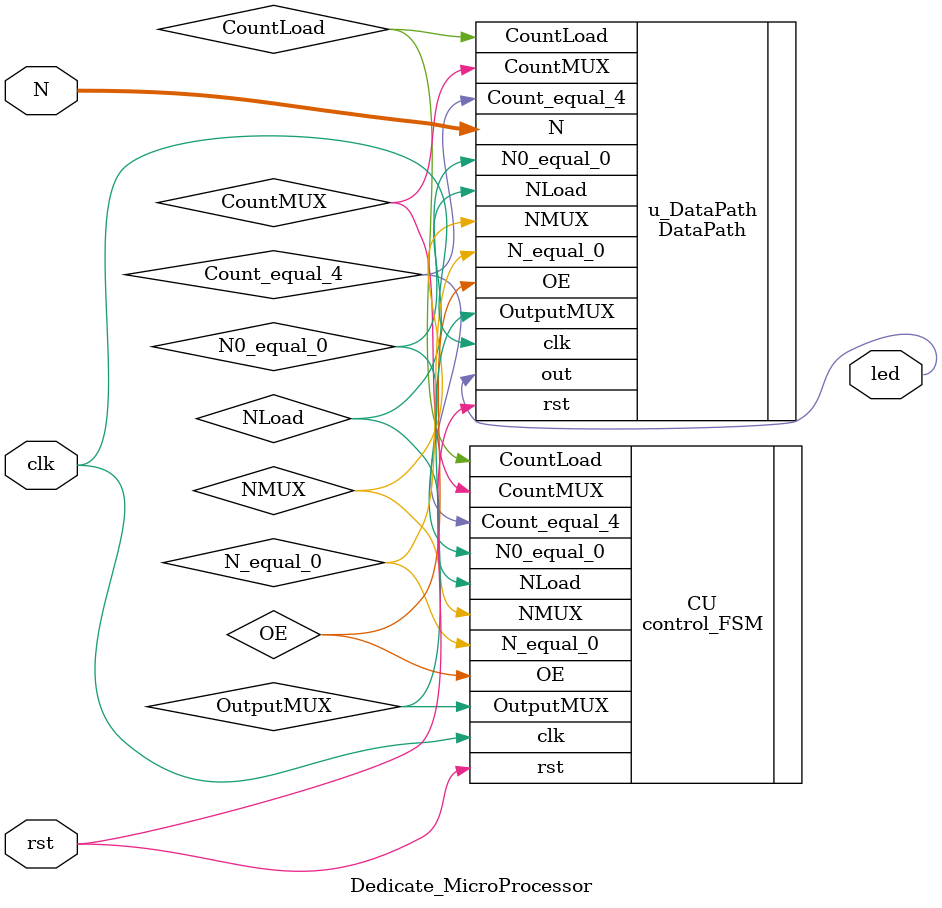
<source format=v>
`timescale 1ns / 1ps


module Dedicate_MicroProcessor(
    input clk,
    input rst,
    input [7:0] N,
    output led
    );

    wire NMUX, CountMUX, NLoad, CountLoad, OE, OutputMUX;
    wire N_equal_0, N0_equal_0, Count_equal_4;

    control_FSM CU(
        .clk           (clk           ),
        .rst           (rst           ),
        .N_equal_0     (N_equal_0     ),
        .N0_equal_0    (N0_equal_0    ),
        .Count_equal_4 (Count_equal_4 ),
        .NMUX          (NMUX          ),
        .CountMUX      (CountMUX      ),
        .NLoad         (NLoad         ),
        .CountLoad     (CountLoad     ),
        .OutputMUX     (OutputMUX     ),
        .OE            (OE            )
    );
    
    DataPath u_DataPath(
        .N             (N             ),
        .clk           (clk           ),
        .rst           (rst           ),
        .NMUX          (NMUX          ),
        .CountMUX      (CountMUX      ),
        .NLoad         (NLoad         ),
        .CountLoad     (CountLoad     ),
        .OutputMUX     (OutputMUX     ),
        .OE            (OE            ),
        .N_equal_0     (N_equal_0     ),
        .N0_equal_0    (N0_equal_0    ),
        .Count_equal_4 (Count_equal_4 ),
        .out           (led           )
    );
endmodule
</source>
